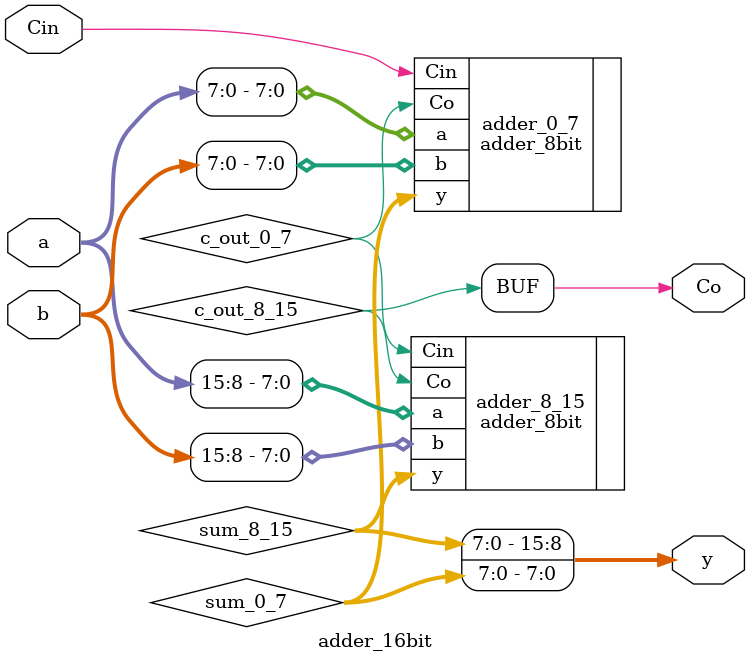
<source format=v>
module adder_16bit (
    input wire [15:0] a,
    input wire [15:0] b,
    input wire Cin,
    output wire [15:0] y,
    output wire Co
);

    // Instantiate 8-bit adders
    wire [7:0] sum_0_7;
    wire c_out_0_7;
    adder_8bit adder_0_7 (
        .a(a[7:0]),
        .b(b[7:0]),
        .Cin(Cin),
        .y(sum_0_7),
        .Co(c_out_0_7)
    );

    wire [7:0] sum_8_15;
    wire c_out_8_15;
    adder_8bit adder_8_15 (
        .a(a[15:8]),
        .b(b[15:8]),
        .Cin(c_out_0_7),
        .y(sum_8_15),
        .Co(c_out_8_15)
    );

    // Concatenate the outputs of the 8-bit adders
    assign y = {sum_8_15, sum_0_7};
    assign Co = c_out_8_15;

endmodule
</source>
